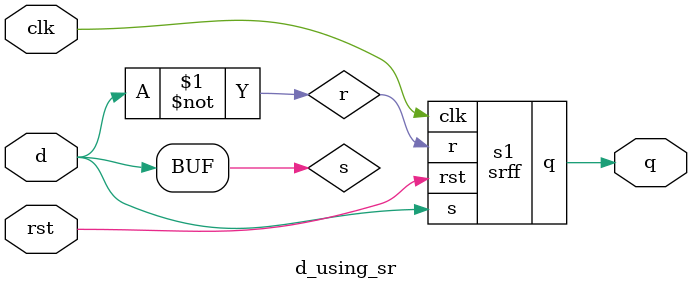
<source format=v>
module srff(input s,r,clk,rst, output reg q);
always @(posedge clk) begin
	if(rst) begin
		q<=0;
	end
	else begin
		case({s,r})
			2'b00: q<=q;
			2'b01: q<=1'b0;
			2'b10: q<=1'b1;
			2'b11: q<=1'bx;
			default: q<=1'b0;
		endcase
	end
end
endmodule

module d_using_sr(input d,clk,rst, output q);
wire s,r;
assign s=d;
assign r=~d;
srff s1(.s(s),.r(r),.clk(clk),.rst(rst),.q(q));
endmodule

</source>
